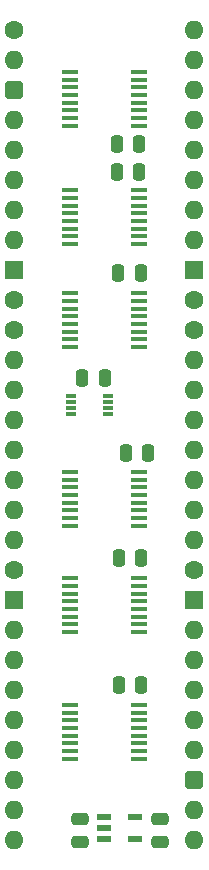
<source format=gts>
%TF.GenerationSoftware,KiCad,Pcbnew,8.0.4*%
%TF.CreationDate,2024-09-01T12:37:01+02:00*%
%TF.ProjectId,Counter 24bit,436f756e-7465-4722-9032-346269742e6b,rev?*%
%TF.SameCoordinates,PX4756f08PY2e063a0*%
%TF.FileFunction,Soldermask,Top*%
%TF.FilePolarity,Negative*%
%FSLAX46Y46*%
G04 Gerber Fmt 4.6, Leading zero omitted, Abs format (unit mm)*
G04 Created by KiCad (PCBNEW 8.0.4) date 2024-09-01 12:37:01*
%MOMM*%
%LPD*%
G01*
G04 APERTURE LIST*
G04 Aperture macros list*
%AMRoundRect*
0 Rectangle with rounded corners*
0 $1 Rounding radius*
0 $2 $3 $4 $5 $6 $7 $8 $9 X,Y pos of 4 corners*
0 Add a 4 corners polygon primitive as box body*
4,1,4,$2,$3,$4,$5,$6,$7,$8,$9,$2,$3,0*
0 Add four circle primitives for the rounded corners*
1,1,$1+$1,$2,$3*
1,1,$1+$1,$4,$5*
1,1,$1+$1,$6,$7*
1,1,$1+$1,$8,$9*
0 Add four rect primitives between the rounded corners*
20,1,$1+$1,$2,$3,$4,$5,0*
20,1,$1+$1,$4,$5,$6,$7,0*
20,1,$1+$1,$6,$7,$8,$9,0*
20,1,$1+$1,$8,$9,$2,$3,0*%
G04 Aperture macros list end*
%ADD10R,0.850000X0.300000*%
%ADD11RoundRect,0.250000X0.250000X0.475000X-0.250000X0.475000X-0.250000X-0.475000X0.250000X-0.475000X0*%
%ADD12RoundRect,0.250000X0.475000X-0.250000X0.475000X0.250000X-0.475000X0.250000X-0.475000X-0.250000X0*%
%ADD13R,1.450000X0.450000*%
%ADD14R,1.150000X0.600000*%
%ADD15C,1.600000*%
%ADD16O,1.600000X1.600000*%
%ADD17RoundRect,0.400000X-0.400000X-0.400000X0.400000X-0.400000X0.400000X0.400000X-0.400000X0.400000X0*%
%ADD18R,1.600000X1.600000*%
G04 APERTURE END LIST*
D10*
%TO.C,IC2*%
X4773000Y-31000000D03*
X4773000Y-31500000D03*
X4773000Y-32000000D03*
X4773000Y-32500000D03*
X7923000Y-32500000D03*
X7923000Y-32000000D03*
X7923000Y-31500000D03*
X7923000Y-31000000D03*
%TD*%
D11*
%TO.C,C3*%
X7663000Y-29464000D03*
X5763000Y-29464000D03*
%TD*%
D12*
%TO.C,C10*%
X5588000Y-68752000D03*
X5588000Y-66852000D03*
%TD*%
D13*
%TO.C,IC7*%
X4695000Y-22313163D03*
X4695000Y-22963163D03*
X4695000Y-23613163D03*
X4695000Y-24263163D03*
X4695000Y-24913163D03*
X4695000Y-25563163D03*
X4695000Y-26213163D03*
X4695000Y-26863163D03*
X10545000Y-26863163D03*
X10545000Y-26213163D03*
X10545000Y-25563163D03*
X10545000Y-24913163D03*
X10545000Y-24263163D03*
X10545000Y-23613163D03*
X10545000Y-22963163D03*
X10545000Y-22313163D03*
%TD*%
D14*
%TO.C,IC1*%
X7590000Y-66614000D03*
X7590000Y-67564000D03*
X7590000Y-68514000D03*
X10190000Y-68514000D03*
X10190000Y-66614000D03*
%TD*%
D11*
%TO.C,C1*%
X10586000Y-12065000D03*
X8686000Y-12065000D03*
%TD*%
%TO.C,C2*%
X11346000Y-35814000D03*
X9446000Y-35814000D03*
%TD*%
%TO.C,C7*%
X10711000Y-20574000D03*
X8811000Y-20574000D03*
%TD*%
D13*
%TO.C,IC6*%
X4695000Y-37435515D03*
X4695000Y-38085515D03*
X4695000Y-38735515D03*
X4695000Y-39385515D03*
X4695000Y-40035515D03*
X4695000Y-40685515D03*
X4695000Y-41335515D03*
X4695000Y-41985515D03*
X10545000Y-41985515D03*
X10545000Y-41335515D03*
X10545000Y-40685515D03*
X10545000Y-40035515D03*
X10545000Y-39385515D03*
X10545000Y-38735515D03*
X10545000Y-38085515D03*
X10545000Y-37435515D03*
%TD*%
%TO.C,IC9*%
X4695000Y-13598804D03*
X4695000Y-14248804D03*
X4695000Y-14898804D03*
X4695000Y-15548804D03*
X4695000Y-16198804D03*
X4695000Y-16848804D03*
X4695000Y-17498804D03*
X4695000Y-18148804D03*
X10545000Y-18148804D03*
X10545000Y-17498804D03*
X10545000Y-16848804D03*
X10545000Y-16198804D03*
X10545000Y-15548804D03*
X10545000Y-14898804D03*
X10545000Y-14248804D03*
X10545000Y-13598804D03*
%TD*%
D11*
%TO.C,C12*%
X10586000Y-9652000D03*
X8686000Y-9652000D03*
%TD*%
D13*
%TO.C,IC4*%
X4695000Y-46442200D03*
X4695000Y-47092200D03*
X4695000Y-47742200D03*
X4695000Y-48392200D03*
X4695000Y-49042200D03*
X4695000Y-49692200D03*
X4695000Y-50342200D03*
X4695000Y-50992200D03*
X10545000Y-50992200D03*
X10545000Y-50342200D03*
X10545000Y-49692200D03*
X10545000Y-49042200D03*
X10545000Y-48392200D03*
X10545000Y-47742200D03*
X10545000Y-47092200D03*
X10545000Y-46442200D03*
%TD*%
%TO.C,IC3*%
X4695000Y-57161000D03*
X4695000Y-57811000D03*
X4695000Y-58461000D03*
X4695000Y-59111000D03*
X4695000Y-59761000D03*
X4695000Y-60411000D03*
X4695000Y-61061000D03*
X4695000Y-61711000D03*
X10545000Y-61711000D03*
X10545000Y-61061000D03*
X10545000Y-60411000D03*
X10545000Y-59761000D03*
X10545000Y-59111000D03*
X10545000Y-58461000D03*
X10545000Y-57811000D03*
X10545000Y-57161000D03*
%TD*%
%TO.C,IC10*%
X4695000Y-3567000D03*
X4695000Y-4217000D03*
X4695000Y-4867000D03*
X4695000Y-5517000D03*
X4695000Y-6167000D03*
X4695000Y-6817000D03*
X4695000Y-7467000D03*
X4695000Y-8117000D03*
X10545000Y-8117000D03*
X10545000Y-7467000D03*
X10545000Y-6817000D03*
X10545000Y-6167000D03*
X10545000Y-5517000D03*
X10545000Y-4867000D03*
X10545000Y-4217000D03*
X10545000Y-3567000D03*
%TD*%
D12*
%TO.C,C11*%
X12319000Y-68752000D03*
X12319000Y-66852000D03*
%TD*%
D11*
%TO.C,C14*%
X10713000Y-44704000D03*
X8813000Y-44704000D03*
%TD*%
%TO.C,C9*%
X10713000Y-55499000D03*
X8813000Y-55499000D03*
%TD*%
D15*
%TO.C,J1*%
X0Y0D03*
D16*
X0Y-2540000D03*
D17*
X0Y-5080000D03*
D16*
X0Y-7620000D03*
X0Y-10160000D03*
X0Y-12700000D03*
X0Y-15240000D03*
X0Y-17780000D03*
D18*
X0Y-20320000D03*
D15*
X0Y-22860000D03*
X0Y-25400000D03*
D16*
X0Y-27940000D03*
X0Y-30480000D03*
X0Y-33020000D03*
X0Y-35560000D03*
X0Y-38100000D03*
X0Y-40640000D03*
X0Y-43180000D03*
D15*
X0Y-45720000D03*
D18*
X0Y-48260000D03*
D16*
X0Y-50800000D03*
X0Y-53340000D03*
X0Y-55880000D03*
X0Y-58420000D03*
X0Y-60960000D03*
X0Y-63500000D03*
X0Y-66040000D03*
X0Y-68580000D03*
X15240000Y-68580000D03*
X15240000Y-66040000D03*
D17*
X15240000Y-63500000D03*
D16*
X15240000Y-60960000D03*
X15240000Y-58420000D03*
X15240000Y-55880000D03*
X15240000Y-53340000D03*
X15240000Y-50800000D03*
D18*
X15240000Y-48260000D03*
D15*
X15240000Y-45720000D03*
D16*
X15240000Y-43180000D03*
X15240000Y-40640000D03*
X15240000Y-38100000D03*
X15240000Y-35560000D03*
X15240000Y-33020000D03*
X15240000Y-30480000D03*
X15240000Y-27940000D03*
D15*
X15240000Y-25400000D03*
X15240000Y-22860000D03*
D18*
X15240000Y-20320000D03*
D16*
X15240000Y-17780000D03*
X15240000Y-15240000D03*
X15240000Y-12700000D03*
X15240000Y-10160000D03*
X15240000Y-7620000D03*
X15240000Y-5080000D03*
X15240000Y-2540000D03*
X15240000Y0D03*
%TD*%
M02*

</source>
